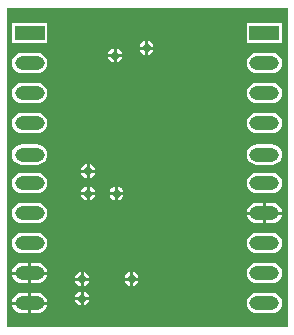
<source format=gbl>
G04*
G04 #@! TF.GenerationSoftware,Altium Limited,Altium Designer,20.0.14 (345)*
G04*
G04 Layer_Physical_Order=2*
G04 Layer_Color=16711680*
%FSLAX25Y25*%
%MOIN*%
G70*
G01*
G75*
%ADD24O,0.09843X0.04724*%
%ADD25R,0.09843X0.04724*%
%ADD26C,0.02756*%
G36*
X481000Y216500D02*
X387500D01*
Y323000D01*
X481000D01*
Y216500D01*
D02*
G37*
%LPC*%
G36*
X479243Y317862D02*
X467401D01*
Y311138D01*
X479243D01*
Y317862D01*
D02*
G37*
G36*
X400921D02*
X389079D01*
Y311138D01*
X400921D01*
Y317862D01*
D02*
G37*
G36*
X434500Y311825D02*
Y310000D01*
X436325D01*
X436240Y310428D01*
X435714Y311214D01*
X434928Y311740D01*
X434500Y311825D01*
D02*
G37*
G36*
X433500D02*
X433072Y311740D01*
X432286Y311214D01*
X431760Y310428D01*
X431675Y310000D01*
X433500D01*
Y311825D01*
D02*
G37*
G36*
X424000Y309325D02*
Y307500D01*
X425825D01*
X425740Y307928D01*
X425214Y308714D01*
X424428Y309240D01*
X424000Y309325D01*
D02*
G37*
G36*
X423000D02*
X422572Y309240D01*
X421786Y308714D01*
X421260Y307928D01*
X421175Y307500D01*
X423000D01*
Y309325D01*
D02*
G37*
G36*
X436325Y309000D02*
X434500D01*
Y307175D01*
X434928Y307260D01*
X435714Y307786D01*
X436240Y308572D01*
X436325Y309000D01*
D02*
G37*
G36*
X433500D02*
X431675D01*
X431760Y308572D01*
X432286Y307786D01*
X433072Y307260D01*
X433500Y307175D01*
Y309000D01*
D02*
G37*
G36*
X425825Y306500D02*
X424000D01*
Y304675D01*
X424428Y304760D01*
X425214Y305286D01*
X425740Y306072D01*
X425825Y306500D01*
D02*
G37*
G36*
X423000D02*
X421175D01*
X421260Y306072D01*
X421786Y305286D01*
X422572Y304760D01*
X423000Y304675D01*
Y306500D01*
D02*
G37*
G36*
X475881Y307891D02*
X470763D01*
X469885Y307776D01*
X469067Y307437D01*
X468365Y306898D01*
X467826Y306196D01*
X467487Y305378D01*
X467372Y304500D01*
X467487Y303622D01*
X467826Y302804D01*
X468365Y302102D01*
X469067Y301563D01*
X469885Y301224D01*
X470763Y301109D01*
X475881D01*
X476759Y301224D01*
X477577Y301563D01*
X478279Y302102D01*
X478818Y302804D01*
X479157Y303622D01*
X479272Y304500D01*
X479157Y305378D01*
X478818Y306196D01*
X478279Y306898D01*
X477577Y307437D01*
X476759Y307776D01*
X475881Y307891D01*
D02*
G37*
G36*
X397559D02*
X392441D01*
X391563Y307776D01*
X390745Y307437D01*
X390043Y306898D01*
X389504Y306196D01*
X389165Y305378D01*
X389050Y304500D01*
X389165Y303622D01*
X389504Y302804D01*
X390043Y302102D01*
X390745Y301563D01*
X391563Y301224D01*
X392441Y301109D01*
X397559D01*
X398437Y301224D01*
X399255Y301563D01*
X399957Y302102D01*
X400496Y302804D01*
X400835Y303622D01*
X400950Y304500D01*
X400835Y305378D01*
X400496Y306196D01*
X399957Y306898D01*
X399255Y307437D01*
X398437Y307776D01*
X397559Y307891D01*
D02*
G37*
G36*
X475881Y297891D02*
X470763D01*
X469885Y297776D01*
X469067Y297437D01*
X468365Y296898D01*
X467826Y296196D01*
X467487Y295378D01*
X467372Y294500D01*
X467487Y293622D01*
X467826Y292804D01*
X468365Y292102D01*
X469067Y291563D01*
X469885Y291224D01*
X470763Y291109D01*
X475881D01*
X476759Y291224D01*
X477577Y291563D01*
X478279Y292102D01*
X478818Y292804D01*
X479157Y293622D01*
X479272Y294500D01*
X479157Y295378D01*
X478818Y296196D01*
X478279Y296898D01*
X477577Y297437D01*
X476759Y297776D01*
X475881Y297891D01*
D02*
G37*
G36*
X397559D02*
X392441D01*
X391563Y297776D01*
X390745Y297437D01*
X390043Y296898D01*
X389504Y296196D01*
X389165Y295378D01*
X389050Y294500D01*
X389165Y293622D01*
X389504Y292804D01*
X390043Y292102D01*
X390745Y291563D01*
X391563Y291224D01*
X392441Y291109D01*
X397559D01*
X398437Y291224D01*
X399255Y291563D01*
X399957Y292102D01*
X400496Y292804D01*
X400835Y293622D01*
X400950Y294500D01*
X400835Y295378D01*
X400496Y296196D01*
X399957Y296898D01*
X399255Y297437D01*
X398437Y297776D01*
X397559Y297891D01*
D02*
G37*
G36*
X475881Y287891D02*
X470763D01*
X469885Y287776D01*
X469067Y287437D01*
X468365Y286898D01*
X467826Y286196D01*
X467487Y285378D01*
X467372Y284500D01*
X467487Y283622D01*
X467826Y282804D01*
X468365Y282102D01*
X469067Y281563D01*
X469885Y281224D01*
X470763Y281109D01*
X475881D01*
X476759Y281224D01*
X477577Y281563D01*
X478279Y282102D01*
X478818Y282804D01*
X479157Y283622D01*
X479272Y284500D01*
X479157Y285378D01*
X478818Y286196D01*
X478279Y286898D01*
X477577Y287437D01*
X476759Y287776D01*
X475881Y287891D01*
D02*
G37*
G36*
X397559D02*
X392441D01*
X391563Y287776D01*
X390745Y287437D01*
X390043Y286898D01*
X389504Y286196D01*
X389165Y285378D01*
X389050Y284500D01*
X389165Y283622D01*
X389504Y282804D01*
X390043Y282102D01*
X390745Y281563D01*
X391563Y281224D01*
X392441Y281109D01*
X397559D01*
X398437Y281224D01*
X399255Y281563D01*
X399957Y282102D01*
X400496Y282804D01*
X400835Y283622D01*
X400950Y284500D01*
X400835Y285378D01*
X400496Y286196D01*
X399957Y286898D01*
X399255Y287437D01*
X398437Y287776D01*
X397559Y287891D01*
D02*
G37*
G36*
X475881Y277391D02*
X470763D01*
X469885Y277276D01*
X469067Y276937D01*
X468365Y276398D01*
X467826Y275696D01*
X467487Y274878D01*
X467372Y274000D01*
X467487Y273122D01*
X467826Y272304D01*
X468365Y271602D01*
X469067Y271063D01*
X469885Y270724D01*
X470763Y270609D01*
X475881D01*
X476759Y270724D01*
X477577Y271063D01*
X478279Y271602D01*
X478818Y272304D01*
X479157Y273122D01*
X479272Y274000D01*
X479157Y274878D01*
X478818Y275696D01*
X478279Y276398D01*
X477577Y276937D01*
X476759Y277276D01*
X475881Y277391D01*
D02*
G37*
G36*
X397559D02*
X392441D01*
X391563Y277276D01*
X390745Y276937D01*
X390043Y276398D01*
X389504Y275696D01*
X389165Y274878D01*
X389050Y274000D01*
X389165Y273122D01*
X389504Y272304D01*
X390043Y271602D01*
X390745Y271063D01*
X391563Y270724D01*
X392441Y270609D01*
X397559D01*
X398437Y270724D01*
X399255Y271063D01*
X399957Y271602D01*
X400496Y272304D01*
X400835Y273122D01*
X400950Y274000D01*
X400835Y274878D01*
X400496Y275696D01*
X399957Y276398D01*
X399255Y276937D01*
X398437Y277276D01*
X397559Y277391D01*
D02*
G37*
G36*
X415000Y270825D02*
Y269000D01*
X416825D01*
X416740Y269428D01*
X416214Y270214D01*
X415428Y270740D01*
X415000Y270825D01*
D02*
G37*
G36*
X414000D02*
X413572Y270740D01*
X412786Y270214D01*
X412260Y269428D01*
X412175Y269000D01*
X414000D01*
Y270825D01*
D02*
G37*
G36*
X416825Y268000D02*
X415000D01*
Y266175D01*
X415428Y266260D01*
X416214Y266786D01*
X416740Y267572D01*
X416825Y268000D01*
D02*
G37*
G36*
X414000D02*
X412175D01*
X412260Y267572D01*
X412786Y266786D01*
X413572Y266260D01*
X414000Y266175D01*
Y268000D01*
D02*
G37*
G36*
X424500Y263325D02*
Y261500D01*
X426325D01*
X426240Y261928D01*
X425714Y262714D01*
X424928Y263240D01*
X424500Y263325D01*
D02*
G37*
G36*
X423500D02*
X423072Y263240D01*
X422286Y262714D01*
X421760Y261928D01*
X421675Y261500D01*
X423500D01*
Y263325D01*
D02*
G37*
G36*
X415000D02*
Y261500D01*
X416825D01*
X416740Y261928D01*
X416214Y262714D01*
X415428Y263240D01*
X415000Y263325D01*
D02*
G37*
G36*
X414000D02*
X413572Y263240D01*
X412786Y262714D01*
X412260Y261928D01*
X412175Y261500D01*
X414000D01*
Y263325D01*
D02*
G37*
G36*
X475881Y267891D02*
X470763D01*
X469885Y267776D01*
X469067Y267437D01*
X468365Y266898D01*
X467826Y266196D01*
X467487Y265378D01*
X467372Y264500D01*
X467487Y263622D01*
X467826Y262804D01*
X468365Y262102D01*
X469067Y261563D01*
X469885Y261224D01*
X470763Y261109D01*
X475881D01*
X476759Y261224D01*
X477577Y261563D01*
X478279Y262102D01*
X478818Y262804D01*
X479157Y263622D01*
X479272Y264500D01*
X479157Y265378D01*
X478818Y266196D01*
X478279Y266898D01*
X477577Y267437D01*
X476759Y267776D01*
X475881Y267891D01*
D02*
G37*
G36*
X397559D02*
X392441D01*
X391563Y267776D01*
X390745Y267437D01*
X390043Y266898D01*
X389504Y266196D01*
X389165Y265378D01*
X389050Y264500D01*
X389165Y263622D01*
X389504Y262804D01*
X390043Y262102D01*
X390745Y261563D01*
X391563Y261224D01*
X392441Y261109D01*
X397559D01*
X398437Y261224D01*
X399255Y261563D01*
X399957Y262102D01*
X400496Y262804D01*
X400835Y263622D01*
X400950Y264500D01*
X400835Y265378D01*
X400496Y266196D01*
X399957Y266898D01*
X399255Y267437D01*
X398437Y267776D01*
X397559Y267891D01*
D02*
G37*
G36*
X426325Y260500D02*
X424500D01*
Y258675D01*
X424928Y258760D01*
X425714Y259286D01*
X426240Y260072D01*
X426325Y260500D01*
D02*
G37*
G36*
X423500D02*
X421675D01*
X421760Y260072D01*
X422286Y259286D01*
X423072Y258760D01*
X423500Y258675D01*
Y260500D01*
D02*
G37*
G36*
X416825D02*
X415000D01*
Y258675D01*
X415428Y258760D01*
X416214Y259286D01*
X416740Y260072D01*
X416825Y260500D01*
D02*
G37*
G36*
X414000D02*
X412175D01*
X412260Y260072D01*
X412786Y259286D01*
X413572Y258760D01*
X414000Y258675D01*
Y260500D01*
D02*
G37*
G36*
X475881Y257891D02*
X473822D01*
Y255000D01*
X479206D01*
X479157Y255378D01*
X478818Y256196D01*
X478279Y256898D01*
X477577Y257437D01*
X476759Y257776D01*
X475881Y257891D01*
D02*
G37*
G36*
X472822D02*
X470763D01*
X469885Y257776D01*
X469067Y257437D01*
X468365Y256898D01*
X467826Y256196D01*
X467487Y255378D01*
X467437Y255000D01*
X472822D01*
Y257891D01*
D02*
G37*
G36*
X479206Y254000D02*
X473822D01*
Y251109D01*
X475881D01*
X476759Y251224D01*
X477577Y251563D01*
X478279Y252102D01*
X478818Y252804D01*
X479157Y253622D01*
X479206Y254000D01*
D02*
G37*
G36*
X472822D02*
X467437D01*
X467487Y253622D01*
X467826Y252804D01*
X468365Y252102D01*
X469067Y251563D01*
X469885Y251224D01*
X470763Y251109D01*
X472822D01*
Y254000D01*
D02*
G37*
G36*
X397559Y257891D02*
X392441D01*
X391563Y257776D01*
X390745Y257437D01*
X390043Y256898D01*
X389504Y256196D01*
X389165Y255378D01*
X389050Y254500D01*
X389165Y253622D01*
X389504Y252804D01*
X390043Y252102D01*
X390745Y251563D01*
X391563Y251224D01*
X392441Y251109D01*
X397559D01*
X398437Y251224D01*
X399255Y251563D01*
X399957Y252102D01*
X400496Y252804D01*
X400835Y253622D01*
X400950Y254500D01*
X400835Y255378D01*
X400496Y256196D01*
X399957Y256898D01*
X399255Y257437D01*
X398437Y257776D01*
X397559Y257891D01*
D02*
G37*
G36*
X475881Y247891D02*
X470763D01*
X469885Y247776D01*
X469067Y247437D01*
X468365Y246898D01*
X467826Y246196D01*
X467487Y245378D01*
X467372Y244500D01*
X467487Y243622D01*
X467826Y242804D01*
X468365Y242102D01*
X469067Y241563D01*
X469885Y241224D01*
X470763Y241109D01*
X475881D01*
X476759Y241224D01*
X477577Y241563D01*
X478279Y242102D01*
X478818Y242804D01*
X479157Y243622D01*
X479272Y244500D01*
X479157Y245378D01*
X478818Y246196D01*
X478279Y246898D01*
X477577Y247437D01*
X476759Y247776D01*
X475881Y247891D01*
D02*
G37*
G36*
X397559D02*
X392441D01*
X391563Y247776D01*
X390745Y247437D01*
X390043Y246898D01*
X389504Y246196D01*
X389165Y245378D01*
X389050Y244500D01*
X389165Y243622D01*
X389504Y242804D01*
X390043Y242102D01*
X390745Y241563D01*
X391563Y241224D01*
X392441Y241109D01*
X397559D01*
X398437Y241224D01*
X399255Y241563D01*
X399957Y242102D01*
X400496Y242804D01*
X400835Y243622D01*
X400950Y244500D01*
X400835Y245378D01*
X400496Y246196D01*
X399957Y246898D01*
X399255Y247437D01*
X398437Y247776D01*
X397559Y247891D01*
D02*
G37*
G36*
Y237891D02*
X395500D01*
Y235000D01*
X400884D01*
X400835Y235378D01*
X400496Y236196D01*
X399957Y236898D01*
X399255Y237437D01*
X398437Y237776D01*
X397559Y237891D01*
D02*
G37*
G36*
X394500D02*
X392441D01*
X391563Y237776D01*
X390745Y237437D01*
X390043Y236898D01*
X389504Y236196D01*
X389165Y235378D01*
X389116Y235000D01*
X394500D01*
Y237891D01*
D02*
G37*
G36*
X429500Y234825D02*
Y233000D01*
X431325D01*
X431240Y233428D01*
X430714Y234214D01*
X429928Y234740D01*
X429500Y234825D01*
D02*
G37*
G36*
X428500D02*
X428072Y234740D01*
X427286Y234214D01*
X426760Y233428D01*
X426675Y233000D01*
X428500D01*
Y234825D01*
D02*
G37*
G36*
X413000D02*
Y233000D01*
X414825D01*
X414740Y233428D01*
X414214Y234214D01*
X413428Y234740D01*
X413000Y234825D01*
D02*
G37*
G36*
X412000D02*
X411572Y234740D01*
X410786Y234214D01*
X410260Y233428D01*
X410175Y233000D01*
X412000D01*
Y234825D01*
D02*
G37*
G36*
X475881Y237891D02*
X470763D01*
X469885Y237776D01*
X469067Y237437D01*
X468365Y236898D01*
X467826Y236196D01*
X467487Y235378D01*
X467372Y234500D01*
X467487Y233622D01*
X467826Y232804D01*
X468365Y232102D01*
X469067Y231563D01*
X469885Y231224D01*
X470763Y231109D01*
X475881D01*
X476759Y231224D01*
X477577Y231563D01*
X478279Y232102D01*
X478818Y232804D01*
X479157Y233622D01*
X479272Y234500D01*
X479157Y235378D01*
X478818Y236196D01*
X478279Y236898D01*
X477577Y237437D01*
X476759Y237776D01*
X475881Y237891D01*
D02*
G37*
G36*
X400884Y234000D02*
X395500D01*
Y231109D01*
X397559D01*
X398437Y231224D01*
X399255Y231563D01*
X399957Y232102D01*
X400496Y232804D01*
X400835Y233622D01*
X400884Y234000D01*
D02*
G37*
G36*
X394500D02*
X389116D01*
X389165Y233622D01*
X389504Y232804D01*
X390043Y232102D01*
X390745Y231563D01*
X391563Y231224D01*
X392441Y231109D01*
X394500D01*
Y234000D01*
D02*
G37*
G36*
X431325Y232000D02*
X429500D01*
Y230175D01*
X429928Y230260D01*
X430714Y230786D01*
X431240Y231572D01*
X431325Y232000D01*
D02*
G37*
G36*
X428500D02*
X426675D01*
X426760Y231572D01*
X427286Y230786D01*
X428072Y230260D01*
X428500Y230175D01*
Y232000D01*
D02*
G37*
G36*
X414825D02*
X413000D01*
Y230175D01*
X413428Y230260D01*
X414214Y230786D01*
X414740Y231572D01*
X414825Y232000D01*
D02*
G37*
G36*
X412000D02*
X410175D01*
X410260Y231572D01*
X410786Y230786D01*
X411572Y230260D01*
X412000Y230175D01*
Y232000D01*
D02*
G37*
G36*
X413000Y228325D02*
Y226500D01*
X414825D01*
X414740Y226928D01*
X414214Y227714D01*
X413428Y228240D01*
X413000Y228325D01*
D02*
G37*
G36*
X412000D02*
X411572Y228240D01*
X410786Y227714D01*
X410260Y226928D01*
X410175Y226500D01*
X412000D01*
Y228325D01*
D02*
G37*
G36*
X397559Y227891D02*
X395500D01*
Y225000D01*
X400884D01*
X400835Y225378D01*
X400496Y226196D01*
X399957Y226898D01*
X399255Y227437D01*
X398437Y227776D01*
X397559Y227891D01*
D02*
G37*
G36*
X394500D02*
X392441D01*
X391563Y227776D01*
X390745Y227437D01*
X390043Y226898D01*
X389504Y226196D01*
X389165Y225378D01*
X389116Y225000D01*
X394500D01*
Y227891D01*
D02*
G37*
G36*
X414825Y225500D02*
X413000D01*
Y223675D01*
X413428Y223760D01*
X414214Y224286D01*
X414740Y225072D01*
X414825Y225500D01*
D02*
G37*
G36*
X412000D02*
X410175D01*
X410260Y225072D01*
X410786Y224286D01*
X411572Y223760D01*
X412000Y223675D01*
Y225500D01*
D02*
G37*
G36*
X475881Y227891D02*
X470763D01*
X469885Y227776D01*
X469067Y227437D01*
X468365Y226898D01*
X467826Y226196D01*
X467487Y225378D01*
X467372Y224500D01*
X467487Y223622D01*
X467826Y222804D01*
X468365Y222102D01*
X469067Y221563D01*
X469885Y221224D01*
X470763Y221109D01*
X475881D01*
X476759Y221224D01*
X477577Y221563D01*
X478279Y222102D01*
X478818Y222804D01*
X479157Y223622D01*
X479272Y224500D01*
X479157Y225378D01*
X478818Y226196D01*
X478279Y226898D01*
X477577Y227437D01*
X476759Y227776D01*
X475881Y227891D01*
D02*
G37*
G36*
X400884Y224000D02*
X395500D01*
Y221109D01*
X397559D01*
X398437Y221224D01*
X399255Y221563D01*
X399957Y222102D01*
X400496Y222804D01*
X400835Y223622D01*
X400884Y224000D01*
D02*
G37*
G36*
X394500D02*
X389116D01*
X389165Y223622D01*
X389504Y222804D01*
X390043Y222102D01*
X390745Y221563D01*
X391563Y221224D01*
X392441Y221109D01*
X394500D01*
Y224000D01*
D02*
G37*
%LPD*%
D24*
X473322Y224500D02*
D03*
Y234500D02*
D03*
Y244500D02*
D03*
Y254500D02*
D03*
Y264500D02*
D03*
Y274000D02*
D03*
Y284500D02*
D03*
Y294500D02*
D03*
Y304500D02*
D03*
X395000Y224500D02*
D03*
Y234500D02*
D03*
Y244500D02*
D03*
Y254500D02*
D03*
Y264500D02*
D03*
Y274000D02*
D03*
Y284500D02*
D03*
Y294500D02*
D03*
Y304500D02*
D03*
D25*
X473322Y314500D02*
D03*
X395000D02*
D03*
D26*
X423500Y307000D02*
D03*
X434000Y309500D02*
D03*
X429000Y232500D02*
D03*
X412500Y226000D02*
D03*
Y232500D02*
D03*
X414500Y261000D02*
D03*
X424000D02*
D03*
X414500Y268500D02*
D03*
M02*

</source>
